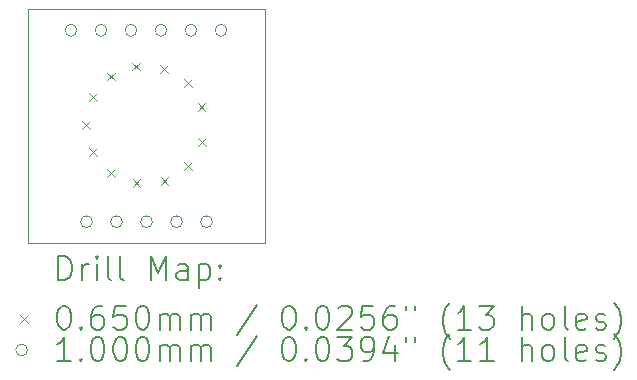
<source format=gbr>
%TF.GenerationSoftware,KiCad,Pcbnew,8.0.3*%
%TF.CreationDate,2024-07-18T23:12:03+02:00*%
%TF.ProjectId,Z570M_patice,5a353730-4d5f-4706-9174-6963652e6b69,rev?*%
%TF.SameCoordinates,Original*%
%TF.FileFunction,Drillmap*%
%TF.FilePolarity,Positive*%
%FSLAX45Y45*%
G04 Gerber Fmt 4.5, Leading zero omitted, Abs format (unit mm)*
G04 Created by KiCad (PCBNEW 8.0.3) date 2024-07-18 23:12:03*
%MOMM*%
%LPD*%
G01*
G04 APERTURE LIST*
%ADD10C,0.050000*%
%ADD11C,0.200000*%
%ADD12C,0.100000*%
G04 APERTURE END LIST*
D10*
X14500000Y-9015000D02*
X16505000Y-9015000D01*
X16505000Y-10995000D01*
X14500000Y-10995000D01*
X14500000Y-9015000D01*
D11*
D12*
X14961564Y-9962500D02*
X15026564Y-10027500D01*
X15026564Y-9962500D02*
X14961564Y-10027500D01*
X15017500Y-10190500D02*
X15082500Y-10255500D01*
X15082500Y-10190500D02*
X15017500Y-10255500D01*
X15019500Y-9727500D02*
X15084500Y-9792500D01*
X15084500Y-9727500D02*
X15019500Y-9792500D01*
X15171500Y-10369500D02*
X15236500Y-10434500D01*
X15236500Y-10369500D02*
X15171500Y-10434500D01*
X15172500Y-9553500D02*
X15237500Y-9618500D01*
X15237500Y-9553500D02*
X15172500Y-9618500D01*
X15385500Y-9469500D02*
X15450500Y-9534500D01*
X15450500Y-9469500D02*
X15385500Y-9534500D01*
X15388500Y-10456500D02*
X15453500Y-10521500D01*
X15453500Y-10456500D02*
X15388500Y-10521500D01*
X15617500Y-9488500D02*
X15682500Y-9553500D01*
X15682500Y-9488500D02*
X15617500Y-9553500D01*
X15623500Y-10437500D02*
X15688500Y-10502500D01*
X15688500Y-10437500D02*
X15623500Y-10502500D01*
X15820500Y-9608500D02*
X15885500Y-9673500D01*
X15885500Y-9608500D02*
X15820500Y-9673500D01*
X15820500Y-10313500D02*
X15885500Y-10378500D01*
X15885500Y-10313500D02*
X15820500Y-10378500D01*
X15936500Y-9810500D02*
X16001500Y-9875500D01*
X16001500Y-9810500D02*
X15936500Y-9875500D01*
X15941500Y-10109500D02*
X16006500Y-10174500D01*
X16006500Y-10109500D02*
X15941500Y-10174500D01*
X14915000Y-9195000D02*
G75*
G02*
X14815000Y-9195000I-50000J0D01*
G01*
X14815000Y-9195000D02*
G75*
G02*
X14915000Y-9195000I50000J0D01*
G01*
X15046500Y-10815000D02*
G75*
G02*
X14946500Y-10815000I-50000J0D01*
G01*
X14946500Y-10815000D02*
G75*
G02*
X15046500Y-10815000I50000J0D01*
G01*
X15169000Y-9195000D02*
G75*
G02*
X15069000Y-9195000I-50000J0D01*
G01*
X15069000Y-9195000D02*
G75*
G02*
X15169000Y-9195000I50000J0D01*
G01*
X15300500Y-10815000D02*
G75*
G02*
X15200500Y-10815000I-50000J0D01*
G01*
X15200500Y-10815000D02*
G75*
G02*
X15300500Y-10815000I50000J0D01*
G01*
X15423000Y-9195000D02*
G75*
G02*
X15323000Y-9195000I-50000J0D01*
G01*
X15323000Y-9195000D02*
G75*
G02*
X15423000Y-9195000I50000J0D01*
G01*
X15554500Y-10815000D02*
G75*
G02*
X15454500Y-10815000I-50000J0D01*
G01*
X15454500Y-10815000D02*
G75*
G02*
X15554500Y-10815000I50000J0D01*
G01*
X15677000Y-9195000D02*
G75*
G02*
X15577000Y-9195000I-50000J0D01*
G01*
X15577000Y-9195000D02*
G75*
G02*
X15677000Y-9195000I50000J0D01*
G01*
X15808500Y-10815000D02*
G75*
G02*
X15708500Y-10815000I-50000J0D01*
G01*
X15708500Y-10815000D02*
G75*
G02*
X15808500Y-10815000I50000J0D01*
G01*
X15931000Y-9195000D02*
G75*
G02*
X15831000Y-9195000I-50000J0D01*
G01*
X15831000Y-9195000D02*
G75*
G02*
X15931000Y-9195000I50000J0D01*
G01*
X16062500Y-10815000D02*
G75*
G02*
X15962500Y-10815000I-50000J0D01*
G01*
X15962500Y-10815000D02*
G75*
G02*
X16062500Y-10815000I50000J0D01*
G01*
X16185000Y-9195000D02*
G75*
G02*
X16085000Y-9195000I-50000J0D01*
G01*
X16085000Y-9195000D02*
G75*
G02*
X16185000Y-9195000I50000J0D01*
G01*
D11*
X14758277Y-11308984D02*
X14758277Y-11108984D01*
X14758277Y-11108984D02*
X14805896Y-11108984D01*
X14805896Y-11108984D02*
X14834467Y-11118508D01*
X14834467Y-11118508D02*
X14853515Y-11137555D01*
X14853515Y-11137555D02*
X14863039Y-11156603D01*
X14863039Y-11156603D02*
X14872562Y-11194698D01*
X14872562Y-11194698D02*
X14872562Y-11223269D01*
X14872562Y-11223269D02*
X14863039Y-11261365D01*
X14863039Y-11261365D02*
X14853515Y-11280412D01*
X14853515Y-11280412D02*
X14834467Y-11299460D01*
X14834467Y-11299460D02*
X14805896Y-11308984D01*
X14805896Y-11308984D02*
X14758277Y-11308984D01*
X14958277Y-11308984D02*
X14958277Y-11175650D01*
X14958277Y-11213746D02*
X14967801Y-11194698D01*
X14967801Y-11194698D02*
X14977324Y-11185174D01*
X14977324Y-11185174D02*
X14996372Y-11175650D01*
X14996372Y-11175650D02*
X15015420Y-11175650D01*
X15082086Y-11308984D02*
X15082086Y-11175650D01*
X15082086Y-11108984D02*
X15072562Y-11118508D01*
X15072562Y-11118508D02*
X15082086Y-11128031D01*
X15082086Y-11128031D02*
X15091610Y-11118508D01*
X15091610Y-11118508D02*
X15082086Y-11108984D01*
X15082086Y-11108984D02*
X15082086Y-11128031D01*
X15205896Y-11308984D02*
X15186848Y-11299460D01*
X15186848Y-11299460D02*
X15177324Y-11280412D01*
X15177324Y-11280412D02*
X15177324Y-11108984D01*
X15310658Y-11308984D02*
X15291610Y-11299460D01*
X15291610Y-11299460D02*
X15282086Y-11280412D01*
X15282086Y-11280412D02*
X15282086Y-11108984D01*
X15539229Y-11308984D02*
X15539229Y-11108984D01*
X15539229Y-11108984D02*
X15605896Y-11251841D01*
X15605896Y-11251841D02*
X15672562Y-11108984D01*
X15672562Y-11108984D02*
X15672562Y-11308984D01*
X15853515Y-11308984D02*
X15853515Y-11204222D01*
X15853515Y-11204222D02*
X15843991Y-11185174D01*
X15843991Y-11185174D02*
X15824943Y-11175650D01*
X15824943Y-11175650D02*
X15786848Y-11175650D01*
X15786848Y-11175650D02*
X15767801Y-11185174D01*
X15853515Y-11299460D02*
X15834467Y-11308984D01*
X15834467Y-11308984D02*
X15786848Y-11308984D01*
X15786848Y-11308984D02*
X15767801Y-11299460D01*
X15767801Y-11299460D02*
X15758277Y-11280412D01*
X15758277Y-11280412D02*
X15758277Y-11261365D01*
X15758277Y-11261365D02*
X15767801Y-11242317D01*
X15767801Y-11242317D02*
X15786848Y-11232793D01*
X15786848Y-11232793D02*
X15834467Y-11232793D01*
X15834467Y-11232793D02*
X15853515Y-11223269D01*
X15948753Y-11175650D02*
X15948753Y-11375650D01*
X15948753Y-11185174D02*
X15967801Y-11175650D01*
X15967801Y-11175650D02*
X16005896Y-11175650D01*
X16005896Y-11175650D02*
X16024943Y-11185174D01*
X16024943Y-11185174D02*
X16034467Y-11194698D01*
X16034467Y-11194698D02*
X16043991Y-11213746D01*
X16043991Y-11213746D02*
X16043991Y-11270888D01*
X16043991Y-11270888D02*
X16034467Y-11289936D01*
X16034467Y-11289936D02*
X16024943Y-11299460D01*
X16024943Y-11299460D02*
X16005896Y-11308984D01*
X16005896Y-11308984D02*
X15967801Y-11308984D01*
X15967801Y-11308984D02*
X15948753Y-11299460D01*
X16129705Y-11289936D02*
X16139229Y-11299460D01*
X16139229Y-11299460D02*
X16129705Y-11308984D01*
X16129705Y-11308984D02*
X16120182Y-11299460D01*
X16120182Y-11299460D02*
X16129705Y-11289936D01*
X16129705Y-11289936D02*
X16129705Y-11308984D01*
X16129705Y-11185174D02*
X16139229Y-11194698D01*
X16139229Y-11194698D02*
X16129705Y-11204222D01*
X16129705Y-11204222D02*
X16120182Y-11194698D01*
X16120182Y-11194698D02*
X16129705Y-11185174D01*
X16129705Y-11185174D02*
X16129705Y-11204222D01*
D12*
X14432500Y-11605000D02*
X14497500Y-11670000D01*
X14497500Y-11605000D02*
X14432500Y-11670000D01*
D11*
X14796372Y-11528984D02*
X14815420Y-11528984D01*
X14815420Y-11528984D02*
X14834467Y-11538508D01*
X14834467Y-11538508D02*
X14843991Y-11548031D01*
X14843991Y-11548031D02*
X14853515Y-11567079D01*
X14853515Y-11567079D02*
X14863039Y-11605174D01*
X14863039Y-11605174D02*
X14863039Y-11652793D01*
X14863039Y-11652793D02*
X14853515Y-11690888D01*
X14853515Y-11690888D02*
X14843991Y-11709936D01*
X14843991Y-11709936D02*
X14834467Y-11719460D01*
X14834467Y-11719460D02*
X14815420Y-11728984D01*
X14815420Y-11728984D02*
X14796372Y-11728984D01*
X14796372Y-11728984D02*
X14777324Y-11719460D01*
X14777324Y-11719460D02*
X14767801Y-11709936D01*
X14767801Y-11709936D02*
X14758277Y-11690888D01*
X14758277Y-11690888D02*
X14748753Y-11652793D01*
X14748753Y-11652793D02*
X14748753Y-11605174D01*
X14748753Y-11605174D02*
X14758277Y-11567079D01*
X14758277Y-11567079D02*
X14767801Y-11548031D01*
X14767801Y-11548031D02*
X14777324Y-11538508D01*
X14777324Y-11538508D02*
X14796372Y-11528984D01*
X14948753Y-11709936D02*
X14958277Y-11719460D01*
X14958277Y-11719460D02*
X14948753Y-11728984D01*
X14948753Y-11728984D02*
X14939229Y-11719460D01*
X14939229Y-11719460D02*
X14948753Y-11709936D01*
X14948753Y-11709936D02*
X14948753Y-11728984D01*
X15129705Y-11528984D02*
X15091610Y-11528984D01*
X15091610Y-11528984D02*
X15072562Y-11538508D01*
X15072562Y-11538508D02*
X15063039Y-11548031D01*
X15063039Y-11548031D02*
X15043991Y-11576603D01*
X15043991Y-11576603D02*
X15034467Y-11614698D01*
X15034467Y-11614698D02*
X15034467Y-11690888D01*
X15034467Y-11690888D02*
X15043991Y-11709936D01*
X15043991Y-11709936D02*
X15053515Y-11719460D01*
X15053515Y-11719460D02*
X15072562Y-11728984D01*
X15072562Y-11728984D02*
X15110658Y-11728984D01*
X15110658Y-11728984D02*
X15129705Y-11719460D01*
X15129705Y-11719460D02*
X15139229Y-11709936D01*
X15139229Y-11709936D02*
X15148753Y-11690888D01*
X15148753Y-11690888D02*
X15148753Y-11643269D01*
X15148753Y-11643269D02*
X15139229Y-11624222D01*
X15139229Y-11624222D02*
X15129705Y-11614698D01*
X15129705Y-11614698D02*
X15110658Y-11605174D01*
X15110658Y-11605174D02*
X15072562Y-11605174D01*
X15072562Y-11605174D02*
X15053515Y-11614698D01*
X15053515Y-11614698D02*
X15043991Y-11624222D01*
X15043991Y-11624222D02*
X15034467Y-11643269D01*
X15329705Y-11528984D02*
X15234467Y-11528984D01*
X15234467Y-11528984D02*
X15224943Y-11624222D01*
X15224943Y-11624222D02*
X15234467Y-11614698D01*
X15234467Y-11614698D02*
X15253515Y-11605174D01*
X15253515Y-11605174D02*
X15301134Y-11605174D01*
X15301134Y-11605174D02*
X15320182Y-11614698D01*
X15320182Y-11614698D02*
X15329705Y-11624222D01*
X15329705Y-11624222D02*
X15339229Y-11643269D01*
X15339229Y-11643269D02*
X15339229Y-11690888D01*
X15339229Y-11690888D02*
X15329705Y-11709936D01*
X15329705Y-11709936D02*
X15320182Y-11719460D01*
X15320182Y-11719460D02*
X15301134Y-11728984D01*
X15301134Y-11728984D02*
X15253515Y-11728984D01*
X15253515Y-11728984D02*
X15234467Y-11719460D01*
X15234467Y-11719460D02*
X15224943Y-11709936D01*
X15463039Y-11528984D02*
X15482086Y-11528984D01*
X15482086Y-11528984D02*
X15501134Y-11538508D01*
X15501134Y-11538508D02*
X15510658Y-11548031D01*
X15510658Y-11548031D02*
X15520182Y-11567079D01*
X15520182Y-11567079D02*
X15529705Y-11605174D01*
X15529705Y-11605174D02*
X15529705Y-11652793D01*
X15529705Y-11652793D02*
X15520182Y-11690888D01*
X15520182Y-11690888D02*
X15510658Y-11709936D01*
X15510658Y-11709936D02*
X15501134Y-11719460D01*
X15501134Y-11719460D02*
X15482086Y-11728984D01*
X15482086Y-11728984D02*
X15463039Y-11728984D01*
X15463039Y-11728984D02*
X15443991Y-11719460D01*
X15443991Y-11719460D02*
X15434467Y-11709936D01*
X15434467Y-11709936D02*
X15424943Y-11690888D01*
X15424943Y-11690888D02*
X15415420Y-11652793D01*
X15415420Y-11652793D02*
X15415420Y-11605174D01*
X15415420Y-11605174D02*
X15424943Y-11567079D01*
X15424943Y-11567079D02*
X15434467Y-11548031D01*
X15434467Y-11548031D02*
X15443991Y-11538508D01*
X15443991Y-11538508D02*
X15463039Y-11528984D01*
X15615420Y-11728984D02*
X15615420Y-11595650D01*
X15615420Y-11614698D02*
X15624943Y-11605174D01*
X15624943Y-11605174D02*
X15643991Y-11595650D01*
X15643991Y-11595650D02*
X15672563Y-11595650D01*
X15672563Y-11595650D02*
X15691610Y-11605174D01*
X15691610Y-11605174D02*
X15701134Y-11624222D01*
X15701134Y-11624222D02*
X15701134Y-11728984D01*
X15701134Y-11624222D02*
X15710658Y-11605174D01*
X15710658Y-11605174D02*
X15729705Y-11595650D01*
X15729705Y-11595650D02*
X15758277Y-11595650D01*
X15758277Y-11595650D02*
X15777324Y-11605174D01*
X15777324Y-11605174D02*
X15786848Y-11624222D01*
X15786848Y-11624222D02*
X15786848Y-11728984D01*
X15882086Y-11728984D02*
X15882086Y-11595650D01*
X15882086Y-11614698D02*
X15891610Y-11605174D01*
X15891610Y-11605174D02*
X15910658Y-11595650D01*
X15910658Y-11595650D02*
X15939229Y-11595650D01*
X15939229Y-11595650D02*
X15958277Y-11605174D01*
X15958277Y-11605174D02*
X15967801Y-11624222D01*
X15967801Y-11624222D02*
X15967801Y-11728984D01*
X15967801Y-11624222D02*
X15977324Y-11605174D01*
X15977324Y-11605174D02*
X15996372Y-11595650D01*
X15996372Y-11595650D02*
X16024943Y-11595650D01*
X16024943Y-11595650D02*
X16043991Y-11605174D01*
X16043991Y-11605174D02*
X16053515Y-11624222D01*
X16053515Y-11624222D02*
X16053515Y-11728984D01*
X16443991Y-11519460D02*
X16272563Y-11776603D01*
X16701134Y-11528984D02*
X16720182Y-11528984D01*
X16720182Y-11528984D02*
X16739229Y-11538508D01*
X16739229Y-11538508D02*
X16748753Y-11548031D01*
X16748753Y-11548031D02*
X16758277Y-11567079D01*
X16758277Y-11567079D02*
X16767801Y-11605174D01*
X16767801Y-11605174D02*
X16767801Y-11652793D01*
X16767801Y-11652793D02*
X16758277Y-11690888D01*
X16758277Y-11690888D02*
X16748753Y-11709936D01*
X16748753Y-11709936D02*
X16739229Y-11719460D01*
X16739229Y-11719460D02*
X16720182Y-11728984D01*
X16720182Y-11728984D02*
X16701134Y-11728984D01*
X16701134Y-11728984D02*
X16682086Y-11719460D01*
X16682086Y-11719460D02*
X16672563Y-11709936D01*
X16672563Y-11709936D02*
X16663039Y-11690888D01*
X16663039Y-11690888D02*
X16653515Y-11652793D01*
X16653515Y-11652793D02*
X16653515Y-11605174D01*
X16653515Y-11605174D02*
X16663039Y-11567079D01*
X16663039Y-11567079D02*
X16672563Y-11548031D01*
X16672563Y-11548031D02*
X16682086Y-11538508D01*
X16682086Y-11538508D02*
X16701134Y-11528984D01*
X16853515Y-11709936D02*
X16863039Y-11719460D01*
X16863039Y-11719460D02*
X16853515Y-11728984D01*
X16853515Y-11728984D02*
X16843991Y-11719460D01*
X16843991Y-11719460D02*
X16853515Y-11709936D01*
X16853515Y-11709936D02*
X16853515Y-11728984D01*
X16986848Y-11528984D02*
X17005896Y-11528984D01*
X17005896Y-11528984D02*
X17024944Y-11538508D01*
X17024944Y-11538508D02*
X17034468Y-11548031D01*
X17034468Y-11548031D02*
X17043991Y-11567079D01*
X17043991Y-11567079D02*
X17053515Y-11605174D01*
X17053515Y-11605174D02*
X17053515Y-11652793D01*
X17053515Y-11652793D02*
X17043991Y-11690888D01*
X17043991Y-11690888D02*
X17034468Y-11709936D01*
X17034468Y-11709936D02*
X17024944Y-11719460D01*
X17024944Y-11719460D02*
X17005896Y-11728984D01*
X17005896Y-11728984D02*
X16986848Y-11728984D01*
X16986848Y-11728984D02*
X16967801Y-11719460D01*
X16967801Y-11719460D02*
X16958277Y-11709936D01*
X16958277Y-11709936D02*
X16948753Y-11690888D01*
X16948753Y-11690888D02*
X16939229Y-11652793D01*
X16939229Y-11652793D02*
X16939229Y-11605174D01*
X16939229Y-11605174D02*
X16948753Y-11567079D01*
X16948753Y-11567079D02*
X16958277Y-11548031D01*
X16958277Y-11548031D02*
X16967801Y-11538508D01*
X16967801Y-11538508D02*
X16986848Y-11528984D01*
X17129706Y-11548031D02*
X17139229Y-11538508D01*
X17139229Y-11538508D02*
X17158277Y-11528984D01*
X17158277Y-11528984D02*
X17205896Y-11528984D01*
X17205896Y-11528984D02*
X17224944Y-11538508D01*
X17224944Y-11538508D02*
X17234468Y-11548031D01*
X17234468Y-11548031D02*
X17243991Y-11567079D01*
X17243991Y-11567079D02*
X17243991Y-11586127D01*
X17243991Y-11586127D02*
X17234468Y-11614698D01*
X17234468Y-11614698D02*
X17120182Y-11728984D01*
X17120182Y-11728984D02*
X17243991Y-11728984D01*
X17424944Y-11528984D02*
X17329706Y-11528984D01*
X17329706Y-11528984D02*
X17320182Y-11624222D01*
X17320182Y-11624222D02*
X17329706Y-11614698D01*
X17329706Y-11614698D02*
X17348753Y-11605174D01*
X17348753Y-11605174D02*
X17396372Y-11605174D01*
X17396372Y-11605174D02*
X17415420Y-11614698D01*
X17415420Y-11614698D02*
X17424944Y-11624222D01*
X17424944Y-11624222D02*
X17434468Y-11643269D01*
X17434468Y-11643269D02*
X17434468Y-11690888D01*
X17434468Y-11690888D02*
X17424944Y-11709936D01*
X17424944Y-11709936D02*
X17415420Y-11719460D01*
X17415420Y-11719460D02*
X17396372Y-11728984D01*
X17396372Y-11728984D02*
X17348753Y-11728984D01*
X17348753Y-11728984D02*
X17329706Y-11719460D01*
X17329706Y-11719460D02*
X17320182Y-11709936D01*
X17605896Y-11528984D02*
X17567801Y-11528984D01*
X17567801Y-11528984D02*
X17548753Y-11538508D01*
X17548753Y-11538508D02*
X17539229Y-11548031D01*
X17539229Y-11548031D02*
X17520182Y-11576603D01*
X17520182Y-11576603D02*
X17510658Y-11614698D01*
X17510658Y-11614698D02*
X17510658Y-11690888D01*
X17510658Y-11690888D02*
X17520182Y-11709936D01*
X17520182Y-11709936D02*
X17529706Y-11719460D01*
X17529706Y-11719460D02*
X17548753Y-11728984D01*
X17548753Y-11728984D02*
X17586849Y-11728984D01*
X17586849Y-11728984D02*
X17605896Y-11719460D01*
X17605896Y-11719460D02*
X17615420Y-11709936D01*
X17615420Y-11709936D02*
X17624944Y-11690888D01*
X17624944Y-11690888D02*
X17624944Y-11643269D01*
X17624944Y-11643269D02*
X17615420Y-11624222D01*
X17615420Y-11624222D02*
X17605896Y-11614698D01*
X17605896Y-11614698D02*
X17586849Y-11605174D01*
X17586849Y-11605174D02*
X17548753Y-11605174D01*
X17548753Y-11605174D02*
X17529706Y-11614698D01*
X17529706Y-11614698D02*
X17520182Y-11624222D01*
X17520182Y-11624222D02*
X17510658Y-11643269D01*
X17701134Y-11528984D02*
X17701134Y-11567079D01*
X17777325Y-11528984D02*
X17777325Y-11567079D01*
X18072563Y-11805174D02*
X18063039Y-11795650D01*
X18063039Y-11795650D02*
X18043991Y-11767079D01*
X18043991Y-11767079D02*
X18034468Y-11748031D01*
X18034468Y-11748031D02*
X18024944Y-11719460D01*
X18024944Y-11719460D02*
X18015420Y-11671841D01*
X18015420Y-11671841D02*
X18015420Y-11633746D01*
X18015420Y-11633746D02*
X18024944Y-11586127D01*
X18024944Y-11586127D02*
X18034468Y-11557555D01*
X18034468Y-11557555D02*
X18043991Y-11538508D01*
X18043991Y-11538508D02*
X18063039Y-11509936D01*
X18063039Y-11509936D02*
X18072563Y-11500412D01*
X18253515Y-11728984D02*
X18139230Y-11728984D01*
X18196372Y-11728984D02*
X18196372Y-11528984D01*
X18196372Y-11528984D02*
X18177325Y-11557555D01*
X18177325Y-11557555D02*
X18158277Y-11576603D01*
X18158277Y-11576603D02*
X18139230Y-11586127D01*
X18320182Y-11528984D02*
X18443991Y-11528984D01*
X18443991Y-11528984D02*
X18377325Y-11605174D01*
X18377325Y-11605174D02*
X18405896Y-11605174D01*
X18405896Y-11605174D02*
X18424944Y-11614698D01*
X18424944Y-11614698D02*
X18434468Y-11624222D01*
X18434468Y-11624222D02*
X18443991Y-11643269D01*
X18443991Y-11643269D02*
X18443991Y-11690888D01*
X18443991Y-11690888D02*
X18434468Y-11709936D01*
X18434468Y-11709936D02*
X18424944Y-11719460D01*
X18424944Y-11719460D02*
X18405896Y-11728984D01*
X18405896Y-11728984D02*
X18348753Y-11728984D01*
X18348753Y-11728984D02*
X18329706Y-11719460D01*
X18329706Y-11719460D02*
X18320182Y-11709936D01*
X18682087Y-11728984D02*
X18682087Y-11528984D01*
X18767801Y-11728984D02*
X18767801Y-11624222D01*
X18767801Y-11624222D02*
X18758277Y-11605174D01*
X18758277Y-11605174D02*
X18739230Y-11595650D01*
X18739230Y-11595650D02*
X18710658Y-11595650D01*
X18710658Y-11595650D02*
X18691611Y-11605174D01*
X18691611Y-11605174D02*
X18682087Y-11614698D01*
X18891611Y-11728984D02*
X18872563Y-11719460D01*
X18872563Y-11719460D02*
X18863039Y-11709936D01*
X18863039Y-11709936D02*
X18853515Y-11690888D01*
X18853515Y-11690888D02*
X18853515Y-11633746D01*
X18853515Y-11633746D02*
X18863039Y-11614698D01*
X18863039Y-11614698D02*
X18872563Y-11605174D01*
X18872563Y-11605174D02*
X18891611Y-11595650D01*
X18891611Y-11595650D02*
X18920182Y-11595650D01*
X18920182Y-11595650D02*
X18939230Y-11605174D01*
X18939230Y-11605174D02*
X18948753Y-11614698D01*
X18948753Y-11614698D02*
X18958277Y-11633746D01*
X18958277Y-11633746D02*
X18958277Y-11690888D01*
X18958277Y-11690888D02*
X18948753Y-11709936D01*
X18948753Y-11709936D02*
X18939230Y-11719460D01*
X18939230Y-11719460D02*
X18920182Y-11728984D01*
X18920182Y-11728984D02*
X18891611Y-11728984D01*
X19072563Y-11728984D02*
X19053515Y-11719460D01*
X19053515Y-11719460D02*
X19043992Y-11700412D01*
X19043992Y-11700412D02*
X19043992Y-11528984D01*
X19224944Y-11719460D02*
X19205896Y-11728984D01*
X19205896Y-11728984D02*
X19167801Y-11728984D01*
X19167801Y-11728984D02*
X19148753Y-11719460D01*
X19148753Y-11719460D02*
X19139230Y-11700412D01*
X19139230Y-11700412D02*
X19139230Y-11624222D01*
X19139230Y-11624222D02*
X19148753Y-11605174D01*
X19148753Y-11605174D02*
X19167801Y-11595650D01*
X19167801Y-11595650D02*
X19205896Y-11595650D01*
X19205896Y-11595650D02*
X19224944Y-11605174D01*
X19224944Y-11605174D02*
X19234468Y-11624222D01*
X19234468Y-11624222D02*
X19234468Y-11643269D01*
X19234468Y-11643269D02*
X19139230Y-11662317D01*
X19310658Y-11719460D02*
X19329706Y-11728984D01*
X19329706Y-11728984D02*
X19367801Y-11728984D01*
X19367801Y-11728984D02*
X19386849Y-11719460D01*
X19386849Y-11719460D02*
X19396373Y-11700412D01*
X19396373Y-11700412D02*
X19396373Y-11690888D01*
X19396373Y-11690888D02*
X19386849Y-11671841D01*
X19386849Y-11671841D02*
X19367801Y-11662317D01*
X19367801Y-11662317D02*
X19339230Y-11662317D01*
X19339230Y-11662317D02*
X19320182Y-11652793D01*
X19320182Y-11652793D02*
X19310658Y-11633746D01*
X19310658Y-11633746D02*
X19310658Y-11624222D01*
X19310658Y-11624222D02*
X19320182Y-11605174D01*
X19320182Y-11605174D02*
X19339230Y-11595650D01*
X19339230Y-11595650D02*
X19367801Y-11595650D01*
X19367801Y-11595650D02*
X19386849Y-11605174D01*
X19463039Y-11805174D02*
X19472563Y-11795650D01*
X19472563Y-11795650D02*
X19491611Y-11767079D01*
X19491611Y-11767079D02*
X19501134Y-11748031D01*
X19501134Y-11748031D02*
X19510658Y-11719460D01*
X19510658Y-11719460D02*
X19520182Y-11671841D01*
X19520182Y-11671841D02*
X19520182Y-11633746D01*
X19520182Y-11633746D02*
X19510658Y-11586127D01*
X19510658Y-11586127D02*
X19501134Y-11557555D01*
X19501134Y-11557555D02*
X19491611Y-11538508D01*
X19491611Y-11538508D02*
X19472563Y-11509936D01*
X19472563Y-11509936D02*
X19463039Y-11500412D01*
D12*
X14497500Y-11901500D02*
G75*
G02*
X14397500Y-11901500I-50000J0D01*
G01*
X14397500Y-11901500D02*
G75*
G02*
X14497500Y-11901500I50000J0D01*
G01*
D11*
X14863039Y-11992984D02*
X14748753Y-11992984D01*
X14805896Y-11992984D02*
X14805896Y-11792984D01*
X14805896Y-11792984D02*
X14786848Y-11821555D01*
X14786848Y-11821555D02*
X14767801Y-11840603D01*
X14767801Y-11840603D02*
X14748753Y-11850127D01*
X14948753Y-11973936D02*
X14958277Y-11983460D01*
X14958277Y-11983460D02*
X14948753Y-11992984D01*
X14948753Y-11992984D02*
X14939229Y-11983460D01*
X14939229Y-11983460D02*
X14948753Y-11973936D01*
X14948753Y-11973936D02*
X14948753Y-11992984D01*
X15082086Y-11792984D02*
X15101134Y-11792984D01*
X15101134Y-11792984D02*
X15120182Y-11802508D01*
X15120182Y-11802508D02*
X15129705Y-11812031D01*
X15129705Y-11812031D02*
X15139229Y-11831079D01*
X15139229Y-11831079D02*
X15148753Y-11869174D01*
X15148753Y-11869174D02*
X15148753Y-11916793D01*
X15148753Y-11916793D02*
X15139229Y-11954888D01*
X15139229Y-11954888D02*
X15129705Y-11973936D01*
X15129705Y-11973936D02*
X15120182Y-11983460D01*
X15120182Y-11983460D02*
X15101134Y-11992984D01*
X15101134Y-11992984D02*
X15082086Y-11992984D01*
X15082086Y-11992984D02*
X15063039Y-11983460D01*
X15063039Y-11983460D02*
X15053515Y-11973936D01*
X15053515Y-11973936D02*
X15043991Y-11954888D01*
X15043991Y-11954888D02*
X15034467Y-11916793D01*
X15034467Y-11916793D02*
X15034467Y-11869174D01*
X15034467Y-11869174D02*
X15043991Y-11831079D01*
X15043991Y-11831079D02*
X15053515Y-11812031D01*
X15053515Y-11812031D02*
X15063039Y-11802508D01*
X15063039Y-11802508D02*
X15082086Y-11792984D01*
X15272562Y-11792984D02*
X15291610Y-11792984D01*
X15291610Y-11792984D02*
X15310658Y-11802508D01*
X15310658Y-11802508D02*
X15320182Y-11812031D01*
X15320182Y-11812031D02*
X15329705Y-11831079D01*
X15329705Y-11831079D02*
X15339229Y-11869174D01*
X15339229Y-11869174D02*
X15339229Y-11916793D01*
X15339229Y-11916793D02*
X15329705Y-11954888D01*
X15329705Y-11954888D02*
X15320182Y-11973936D01*
X15320182Y-11973936D02*
X15310658Y-11983460D01*
X15310658Y-11983460D02*
X15291610Y-11992984D01*
X15291610Y-11992984D02*
X15272562Y-11992984D01*
X15272562Y-11992984D02*
X15253515Y-11983460D01*
X15253515Y-11983460D02*
X15243991Y-11973936D01*
X15243991Y-11973936D02*
X15234467Y-11954888D01*
X15234467Y-11954888D02*
X15224943Y-11916793D01*
X15224943Y-11916793D02*
X15224943Y-11869174D01*
X15224943Y-11869174D02*
X15234467Y-11831079D01*
X15234467Y-11831079D02*
X15243991Y-11812031D01*
X15243991Y-11812031D02*
X15253515Y-11802508D01*
X15253515Y-11802508D02*
X15272562Y-11792984D01*
X15463039Y-11792984D02*
X15482086Y-11792984D01*
X15482086Y-11792984D02*
X15501134Y-11802508D01*
X15501134Y-11802508D02*
X15510658Y-11812031D01*
X15510658Y-11812031D02*
X15520182Y-11831079D01*
X15520182Y-11831079D02*
X15529705Y-11869174D01*
X15529705Y-11869174D02*
X15529705Y-11916793D01*
X15529705Y-11916793D02*
X15520182Y-11954888D01*
X15520182Y-11954888D02*
X15510658Y-11973936D01*
X15510658Y-11973936D02*
X15501134Y-11983460D01*
X15501134Y-11983460D02*
X15482086Y-11992984D01*
X15482086Y-11992984D02*
X15463039Y-11992984D01*
X15463039Y-11992984D02*
X15443991Y-11983460D01*
X15443991Y-11983460D02*
X15434467Y-11973936D01*
X15434467Y-11973936D02*
X15424943Y-11954888D01*
X15424943Y-11954888D02*
X15415420Y-11916793D01*
X15415420Y-11916793D02*
X15415420Y-11869174D01*
X15415420Y-11869174D02*
X15424943Y-11831079D01*
X15424943Y-11831079D02*
X15434467Y-11812031D01*
X15434467Y-11812031D02*
X15443991Y-11802508D01*
X15443991Y-11802508D02*
X15463039Y-11792984D01*
X15615420Y-11992984D02*
X15615420Y-11859650D01*
X15615420Y-11878698D02*
X15624943Y-11869174D01*
X15624943Y-11869174D02*
X15643991Y-11859650D01*
X15643991Y-11859650D02*
X15672563Y-11859650D01*
X15672563Y-11859650D02*
X15691610Y-11869174D01*
X15691610Y-11869174D02*
X15701134Y-11888222D01*
X15701134Y-11888222D02*
X15701134Y-11992984D01*
X15701134Y-11888222D02*
X15710658Y-11869174D01*
X15710658Y-11869174D02*
X15729705Y-11859650D01*
X15729705Y-11859650D02*
X15758277Y-11859650D01*
X15758277Y-11859650D02*
X15777324Y-11869174D01*
X15777324Y-11869174D02*
X15786848Y-11888222D01*
X15786848Y-11888222D02*
X15786848Y-11992984D01*
X15882086Y-11992984D02*
X15882086Y-11859650D01*
X15882086Y-11878698D02*
X15891610Y-11869174D01*
X15891610Y-11869174D02*
X15910658Y-11859650D01*
X15910658Y-11859650D02*
X15939229Y-11859650D01*
X15939229Y-11859650D02*
X15958277Y-11869174D01*
X15958277Y-11869174D02*
X15967801Y-11888222D01*
X15967801Y-11888222D02*
X15967801Y-11992984D01*
X15967801Y-11888222D02*
X15977324Y-11869174D01*
X15977324Y-11869174D02*
X15996372Y-11859650D01*
X15996372Y-11859650D02*
X16024943Y-11859650D01*
X16024943Y-11859650D02*
X16043991Y-11869174D01*
X16043991Y-11869174D02*
X16053515Y-11888222D01*
X16053515Y-11888222D02*
X16053515Y-11992984D01*
X16443991Y-11783460D02*
X16272563Y-12040603D01*
X16701134Y-11792984D02*
X16720182Y-11792984D01*
X16720182Y-11792984D02*
X16739229Y-11802508D01*
X16739229Y-11802508D02*
X16748753Y-11812031D01*
X16748753Y-11812031D02*
X16758277Y-11831079D01*
X16758277Y-11831079D02*
X16767801Y-11869174D01*
X16767801Y-11869174D02*
X16767801Y-11916793D01*
X16767801Y-11916793D02*
X16758277Y-11954888D01*
X16758277Y-11954888D02*
X16748753Y-11973936D01*
X16748753Y-11973936D02*
X16739229Y-11983460D01*
X16739229Y-11983460D02*
X16720182Y-11992984D01*
X16720182Y-11992984D02*
X16701134Y-11992984D01*
X16701134Y-11992984D02*
X16682086Y-11983460D01*
X16682086Y-11983460D02*
X16672563Y-11973936D01*
X16672563Y-11973936D02*
X16663039Y-11954888D01*
X16663039Y-11954888D02*
X16653515Y-11916793D01*
X16653515Y-11916793D02*
X16653515Y-11869174D01*
X16653515Y-11869174D02*
X16663039Y-11831079D01*
X16663039Y-11831079D02*
X16672563Y-11812031D01*
X16672563Y-11812031D02*
X16682086Y-11802508D01*
X16682086Y-11802508D02*
X16701134Y-11792984D01*
X16853515Y-11973936D02*
X16863039Y-11983460D01*
X16863039Y-11983460D02*
X16853515Y-11992984D01*
X16853515Y-11992984D02*
X16843991Y-11983460D01*
X16843991Y-11983460D02*
X16853515Y-11973936D01*
X16853515Y-11973936D02*
X16853515Y-11992984D01*
X16986848Y-11792984D02*
X17005896Y-11792984D01*
X17005896Y-11792984D02*
X17024944Y-11802508D01*
X17024944Y-11802508D02*
X17034468Y-11812031D01*
X17034468Y-11812031D02*
X17043991Y-11831079D01*
X17043991Y-11831079D02*
X17053515Y-11869174D01*
X17053515Y-11869174D02*
X17053515Y-11916793D01*
X17053515Y-11916793D02*
X17043991Y-11954888D01*
X17043991Y-11954888D02*
X17034468Y-11973936D01*
X17034468Y-11973936D02*
X17024944Y-11983460D01*
X17024944Y-11983460D02*
X17005896Y-11992984D01*
X17005896Y-11992984D02*
X16986848Y-11992984D01*
X16986848Y-11992984D02*
X16967801Y-11983460D01*
X16967801Y-11983460D02*
X16958277Y-11973936D01*
X16958277Y-11973936D02*
X16948753Y-11954888D01*
X16948753Y-11954888D02*
X16939229Y-11916793D01*
X16939229Y-11916793D02*
X16939229Y-11869174D01*
X16939229Y-11869174D02*
X16948753Y-11831079D01*
X16948753Y-11831079D02*
X16958277Y-11812031D01*
X16958277Y-11812031D02*
X16967801Y-11802508D01*
X16967801Y-11802508D02*
X16986848Y-11792984D01*
X17120182Y-11792984D02*
X17243991Y-11792984D01*
X17243991Y-11792984D02*
X17177325Y-11869174D01*
X17177325Y-11869174D02*
X17205896Y-11869174D01*
X17205896Y-11869174D02*
X17224944Y-11878698D01*
X17224944Y-11878698D02*
X17234468Y-11888222D01*
X17234468Y-11888222D02*
X17243991Y-11907269D01*
X17243991Y-11907269D02*
X17243991Y-11954888D01*
X17243991Y-11954888D02*
X17234468Y-11973936D01*
X17234468Y-11973936D02*
X17224944Y-11983460D01*
X17224944Y-11983460D02*
X17205896Y-11992984D01*
X17205896Y-11992984D02*
X17148753Y-11992984D01*
X17148753Y-11992984D02*
X17129706Y-11983460D01*
X17129706Y-11983460D02*
X17120182Y-11973936D01*
X17339229Y-11992984D02*
X17377325Y-11992984D01*
X17377325Y-11992984D02*
X17396372Y-11983460D01*
X17396372Y-11983460D02*
X17405896Y-11973936D01*
X17405896Y-11973936D02*
X17424944Y-11945365D01*
X17424944Y-11945365D02*
X17434468Y-11907269D01*
X17434468Y-11907269D02*
X17434468Y-11831079D01*
X17434468Y-11831079D02*
X17424944Y-11812031D01*
X17424944Y-11812031D02*
X17415420Y-11802508D01*
X17415420Y-11802508D02*
X17396372Y-11792984D01*
X17396372Y-11792984D02*
X17358277Y-11792984D01*
X17358277Y-11792984D02*
X17339229Y-11802508D01*
X17339229Y-11802508D02*
X17329706Y-11812031D01*
X17329706Y-11812031D02*
X17320182Y-11831079D01*
X17320182Y-11831079D02*
X17320182Y-11878698D01*
X17320182Y-11878698D02*
X17329706Y-11897746D01*
X17329706Y-11897746D02*
X17339229Y-11907269D01*
X17339229Y-11907269D02*
X17358277Y-11916793D01*
X17358277Y-11916793D02*
X17396372Y-11916793D01*
X17396372Y-11916793D02*
X17415420Y-11907269D01*
X17415420Y-11907269D02*
X17424944Y-11897746D01*
X17424944Y-11897746D02*
X17434468Y-11878698D01*
X17605896Y-11859650D02*
X17605896Y-11992984D01*
X17558277Y-11783460D02*
X17510658Y-11926317D01*
X17510658Y-11926317D02*
X17634468Y-11926317D01*
X17701134Y-11792984D02*
X17701134Y-11831079D01*
X17777325Y-11792984D02*
X17777325Y-11831079D01*
X18072563Y-12069174D02*
X18063039Y-12059650D01*
X18063039Y-12059650D02*
X18043991Y-12031079D01*
X18043991Y-12031079D02*
X18034468Y-12012031D01*
X18034468Y-12012031D02*
X18024944Y-11983460D01*
X18024944Y-11983460D02*
X18015420Y-11935841D01*
X18015420Y-11935841D02*
X18015420Y-11897746D01*
X18015420Y-11897746D02*
X18024944Y-11850127D01*
X18024944Y-11850127D02*
X18034468Y-11821555D01*
X18034468Y-11821555D02*
X18043991Y-11802508D01*
X18043991Y-11802508D02*
X18063039Y-11773936D01*
X18063039Y-11773936D02*
X18072563Y-11764412D01*
X18253515Y-11992984D02*
X18139230Y-11992984D01*
X18196372Y-11992984D02*
X18196372Y-11792984D01*
X18196372Y-11792984D02*
X18177325Y-11821555D01*
X18177325Y-11821555D02*
X18158277Y-11840603D01*
X18158277Y-11840603D02*
X18139230Y-11850127D01*
X18443991Y-11992984D02*
X18329706Y-11992984D01*
X18386849Y-11992984D02*
X18386849Y-11792984D01*
X18386849Y-11792984D02*
X18367801Y-11821555D01*
X18367801Y-11821555D02*
X18348753Y-11840603D01*
X18348753Y-11840603D02*
X18329706Y-11850127D01*
X18682087Y-11992984D02*
X18682087Y-11792984D01*
X18767801Y-11992984D02*
X18767801Y-11888222D01*
X18767801Y-11888222D02*
X18758277Y-11869174D01*
X18758277Y-11869174D02*
X18739230Y-11859650D01*
X18739230Y-11859650D02*
X18710658Y-11859650D01*
X18710658Y-11859650D02*
X18691611Y-11869174D01*
X18691611Y-11869174D02*
X18682087Y-11878698D01*
X18891611Y-11992984D02*
X18872563Y-11983460D01*
X18872563Y-11983460D02*
X18863039Y-11973936D01*
X18863039Y-11973936D02*
X18853515Y-11954888D01*
X18853515Y-11954888D02*
X18853515Y-11897746D01*
X18853515Y-11897746D02*
X18863039Y-11878698D01*
X18863039Y-11878698D02*
X18872563Y-11869174D01*
X18872563Y-11869174D02*
X18891611Y-11859650D01*
X18891611Y-11859650D02*
X18920182Y-11859650D01*
X18920182Y-11859650D02*
X18939230Y-11869174D01*
X18939230Y-11869174D02*
X18948753Y-11878698D01*
X18948753Y-11878698D02*
X18958277Y-11897746D01*
X18958277Y-11897746D02*
X18958277Y-11954888D01*
X18958277Y-11954888D02*
X18948753Y-11973936D01*
X18948753Y-11973936D02*
X18939230Y-11983460D01*
X18939230Y-11983460D02*
X18920182Y-11992984D01*
X18920182Y-11992984D02*
X18891611Y-11992984D01*
X19072563Y-11992984D02*
X19053515Y-11983460D01*
X19053515Y-11983460D02*
X19043992Y-11964412D01*
X19043992Y-11964412D02*
X19043992Y-11792984D01*
X19224944Y-11983460D02*
X19205896Y-11992984D01*
X19205896Y-11992984D02*
X19167801Y-11992984D01*
X19167801Y-11992984D02*
X19148753Y-11983460D01*
X19148753Y-11983460D02*
X19139230Y-11964412D01*
X19139230Y-11964412D02*
X19139230Y-11888222D01*
X19139230Y-11888222D02*
X19148753Y-11869174D01*
X19148753Y-11869174D02*
X19167801Y-11859650D01*
X19167801Y-11859650D02*
X19205896Y-11859650D01*
X19205896Y-11859650D02*
X19224944Y-11869174D01*
X19224944Y-11869174D02*
X19234468Y-11888222D01*
X19234468Y-11888222D02*
X19234468Y-11907269D01*
X19234468Y-11907269D02*
X19139230Y-11926317D01*
X19310658Y-11983460D02*
X19329706Y-11992984D01*
X19329706Y-11992984D02*
X19367801Y-11992984D01*
X19367801Y-11992984D02*
X19386849Y-11983460D01*
X19386849Y-11983460D02*
X19396373Y-11964412D01*
X19396373Y-11964412D02*
X19396373Y-11954888D01*
X19396373Y-11954888D02*
X19386849Y-11935841D01*
X19386849Y-11935841D02*
X19367801Y-11926317D01*
X19367801Y-11926317D02*
X19339230Y-11926317D01*
X19339230Y-11926317D02*
X19320182Y-11916793D01*
X19320182Y-11916793D02*
X19310658Y-11897746D01*
X19310658Y-11897746D02*
X19310658Y-11888222D01*
X19310658Y-11888222D02*
X19320182Y-11869174D01*
X19320182Y-11869174D02*
X19339230Y-11859650D01*
X19339230Y-11859650D02*
X19367801Y-11859650D01*
X19367801Y-11859650D02*
X19386849Y-11869174D01*
X19463039Y-12069174D02*
X19472563Y-12059650D01*
X19472563Y-12059650D02*
X19491611Y-12031079D01*
X19491611Y-12031079D02*
X19501134Y-12012031D01*
X19501134Y-12012031D02*
X19510658Y-11983460D01*
X19510658Y-11983460D02*
X19520182Y-11935841D01*
X19520182Y-11935841D02*
X19520182Y-11897746D01*
X19520182Y-11897746D02*
X19510658Y-11850127D01*
X19510658Y-11850127D02*
X19501134Y-11821555D01*
X19501134Y-11821555D02*
X19491611Y-11802508D01*
X19491611Y-11802508D02*
X19472563Y-11773936D01*
X19472563Y-11773936D02*
X19463039Y-11764412D01*
M02*

</source>
